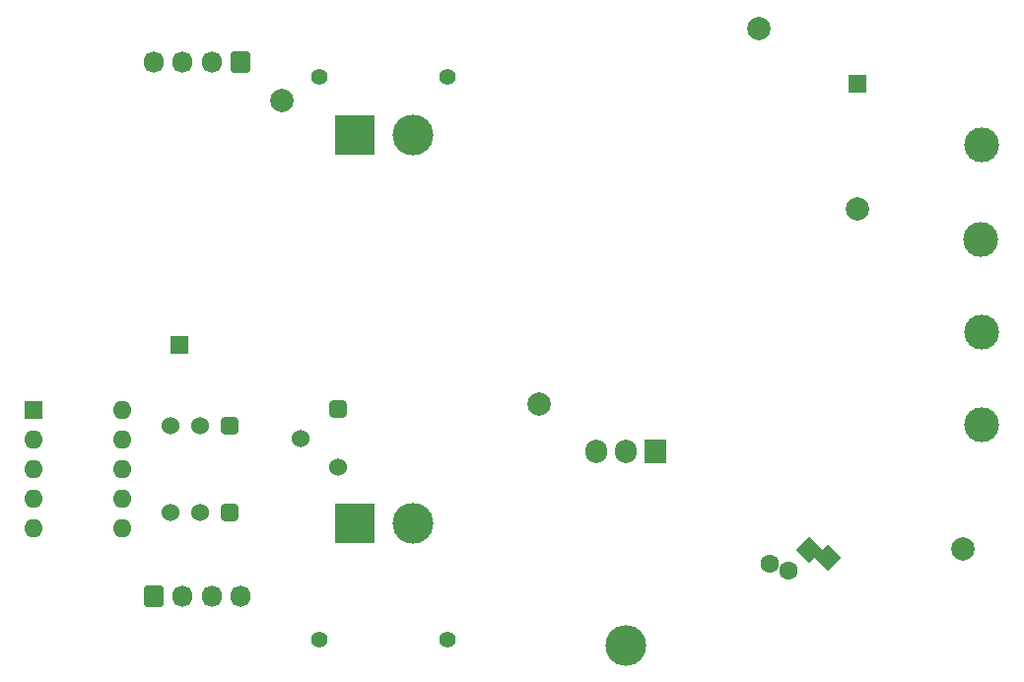
<source format=gbr>
%TF.GenerationSoftware,KiCad,Pcbnew,(6.0.11)*%
%TF.CreationDate,2024-02-29T08:22:58+09:00*%
%TF.ProjectId,Panel,50616e65-6c2e-46b6-9963-61645f706362,rev?*%
%TF.SameCoordinates,Original*%
%TF.FileFunction,Soldermask,Bot*%
%TF.FilePolarity,Negative*%
%FSLAX46Y46*%
G04 Gerber Fmt 4.6, Leading zero omitted, Abs format (unit mm)*
G04 Created by KiCad (PCBNEW (6.0.11)) date 2024-02-29 08:22:58*
%MOMM*%
%LPD*%
G01*
G04 APERTURE LIST*
G04 Aperture macros list*
%AMRoundRect*
0 Rectangle with rounded corners*
0 $1 Rounding radius*
0 $2 $3 $4 $5 $6 $7 $8 $9 X,Y pos of 4 corners*
0 Add a 4 corners polygon primitive as box body*
4,1,4,$2,$3,$4,$5,$6,$7,$8,$9,$2,$3,0*
0 Add four circle primitives for the rounded corners*
1,1,$1+$1,$2,$3*
1,1,$1+$1,$4,$5*
1,1,$1+$1,$6,$7*
1,1,$1+$1,$8,$9*
0 Add four rect primitives between the rounded corners*
20,1,$1+$1,$2,$3,$4,$5,0*
20,1,$1+$1,$4,$5,$6,$7,0*
20,1,$1+$1,$6,$7,$8,$9,0*
20,1,$1+$1,$8,$9,$2,$3,0*%
%AMRotRect*
0 Rectangle, with rotation*
0 The origin of the aperture is its center*
0 $1 length*
0 $2 width*
0 $3 Rotation angle, in degrees counterclockwise*
0 Add horizontal line*
21,1,$1,$2,0,0,$3*%
G04 Aperture macros list end*
%ADD10C,2.000000*%
%ADD11RoundRect,0.381000X-0.381000X0.381000X-0.381000X-0.381000X0.381000X-0.381000X0.381000X0.381000X0*%
%ADD12C,1.524000*%
%ADD13C,3.000000*%
%ADD14R,1.600000X1.600000*%
%ADD15O,1.600000X1.600000*%
%ADD16RoundRect,0.381000X-0.381000X-0.381000X0.381000X-0.381000X0.381000X0.381000X-0.381000X0.381000X0*%
%ADD17RoundRect,0.250000X0.600000X0.675000X-0.600000X0.675000X-0.600000X-0.675000X0.600000X-0.675000X0*%
%ADD18O,1.700000X1.850000*%
%ADD19O,3.500000X3.500000*%
%ADD20R,1.905000X2.000000*%
%ADD21O,1.905000X2.000000*%
%ADD22C,1.400000*%
%ADD23R,3.500000X3.500000*%
%ADD24C,3.500000*%
%ADD25RotRect,1.600000X1.600000X225.000000*%
%ADD26C,1.600000*%
%ADD27RoundRect,0.250000X-0.600000X-0.675000X0.600000X-0.675000X0.600000X0.675000X-0.600000X0.675000X0*%
%ADD28R,1.500000X1.500000*%
G04 APERTURE END LIST*
D10*
%TO.C,TP4*%
X103720000Y-61310000D03*
%TD*%
D11*
%TO.C,SW5*%
X99260000Y-96700000D03*
D12*
X96720000Y-96700000D03*
X94180000Y-96700000D03*
%TD*%
D11*
%TO.C,SW2*%
X99260000Y-89200000D03*
D12*
X96720000Y-89200000D03*
X94180000Y-89200000D03*
%TD*%
D13*
%TO.C,H5*%
X163870000Y-65130000D03*
%TD*%
D14*
%TO.C,SW1*%
X82420000Y-87870000D03*
D15*
X82420000Y-90410000D03*
X82420000Y-92950000D03*
X82420000Y-95490000D03*
X82420000Y-98030000D03*
X90040000Y-98030000D03*
X90040000Y-95490000D03*
X90040000Y-92950000D03*
X90040000Y-90410000D03*
X90040000Y-87870000D03*
%TD*%
D16*
%TO.C,SW3*%
X108570000Y-87810000D03*
D12*
X105370000Y-90310000D03*
X108570000Y-92810000D03*
%TD*%
D17*
%TO.C,J4*%
X100220000Y-57959999D03*
D18*
X97720000Y-57959999D03*
X95220000Y-57959999D03*
X92720000Y-57959999D03*
%TD*%
D13*
%TO.C,H6*%
X163800000Y-73180000D03*
%TD*%
D19*
%TO.C,D8*%
X133270000Y-108090000D03*
D20*
X135810000Y-91430000D03*
D21*
X133270000Y-91430000D03*
X130730000Y-91430000D03*
%TD*%
D10*
%TO.C,TP2*%
X153220000Y-70560000D03*
%TD*%
D22*
%TO.C,J1*%
X106970000Y-107635000D03*
X117970000Y-107635000D03*
D23*
X109970000Y-97635000D03*
D24*
X114970000Y-97635000D03*
%TD*%
D10*
%TO.C,TP3*%
X144720000Y-55060000D03*
%TD*%
D25*
%TO.C,C8*%
X149007571Y-99926117D03*
X150613366Y-100583064D03*
D26*
X145634009Y-101036937D03*
X147239804Y-101693884D03*
%TD*%
D22*
%TO.C,J2*%
X106970000Y-59210000D03*
X117970000Y-59210000D03*
D23*
X109970000Y-64210000D03*
D24*
X114970000Y-64210000D03*
%TD*%
D13*
%TO.C,H7*%
X163890000Y-81210000D03*
%TD*%
D27*
%TO.C,J5*%
X92720000Y-103910000D03*
D18*
X95220000Y-103910000D03*
X97720000Y-103910000D03*
X100220000Y-103910000D03*
%TD*%
D10*
%TO.C,TP5*%
X162220000Y-99810000D03*
%TD*%
%TO.C,TP1*%
X125820000Y-87340000D03*
%TD*%
D13*
%TO.C,H8*%
X163840000Y-89170000D03*
%TD*%
D28*
%TO.C,H3*%
X94970000Y-82310000D03*
%TD*%
%TO.C,H1*%
X153220000Y-59810000D03*
%TD*%
M02*

</source>
